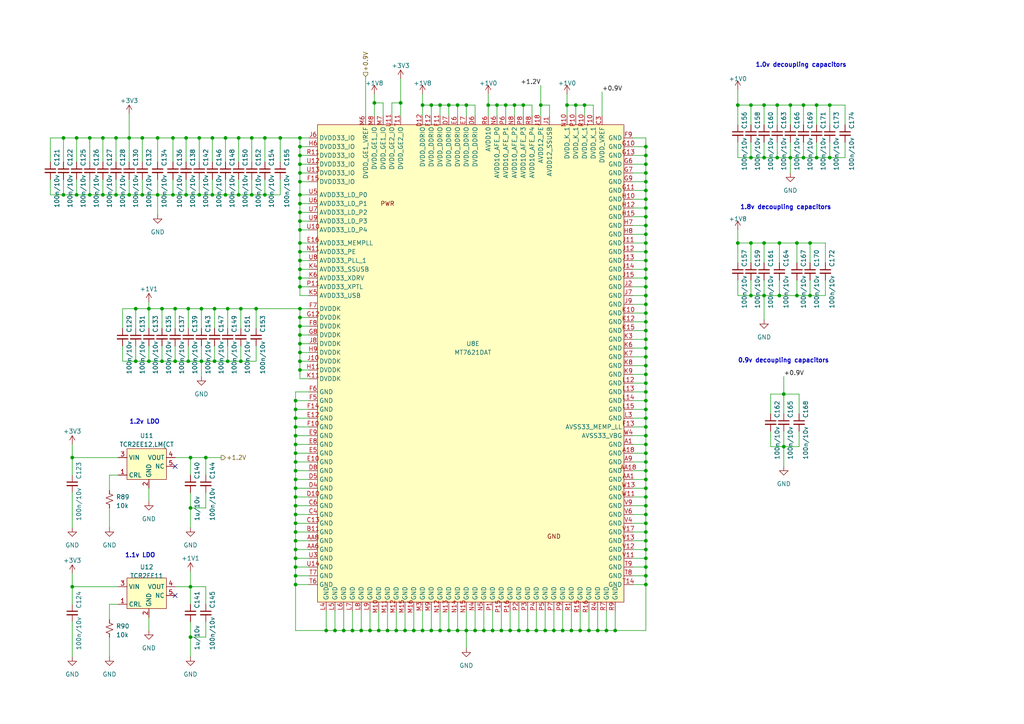
<source format=kicad_sch>
(kicad_sch (version 20230121) (generator eeschema)
  (paper "A4")
  (junction (at 187.325 93.345))
  (junction (at 86.995 92.075))
  (junction (at 86.995 107.315))
  (junction (at 69.215 40.005))
  (junction (at 53.975 40.005))
  (junction (at 102.235 182.88))
  (junction (at 50.165 56.515))
  (junction (at 173.355 182.88))
  (junction (at 187.325 65.405))
  (junction (at 187.325 116.205))
  (junction (at 146.685 30.48))
  (junction (at 99.695 182.88))
  (junction (at 187.325 60.325))
  (junction (at 217.805 70.485))
  (junction (at 104.775 182.88))
  (junction (at 156.845 30.48))
  (junction (at 127.635 182.88))
  (junction (at 108.585 29.845))
  (junction (at 135.255 30.48))
  (junction (at 187.325 88.265))
  (junction (at 187.325 113.665))
  (junction (at 231.14 70.485))
  (junction (at 114.935 182.88))
  (junction (at 62.23 89.535))
  (junction (at 29.845 56.515))
  (junction (at 217.805 85.725))
  (junction (at 175.895 182.88))
  (junction (at 62.23 104.775))
  (junction (at 187.325 118.745))
  (junction (at 150.495 182.88))
  (junction (at 85.725 149.225))
  (junction (at 22.225 40.005))
  (junction (at 20.955 132.715))
  (junction (at 213.995 30.48))
  (junction (at 227.33 114.3))
  (junction (at 229.235 30.48))
  (junction (at 85.725 141.605))
  (junction (at 144.145 30.48))
  (junction (at 37.465 56.515))
  (junction (at 18.415 56.515))
  (junction (at 50.8 104.775))
  (junction (at 86.995 66.675))
  (junction (at 26.035 40.005))
  (junction (at 86.995 99.695))
  (junction (at 165.735 182.88))
  (junction (at 187.325 85.725))
  (junction (at 85.725 118.745))
  (junction (at 86.995 50.165))
  (junction (at 57.785 40.005))
  (junction (at 22.225 56.515))
  (junction (at 225.425 45.72))
  (junction (at 231.14 85.725))
  (junction (at 43.18 89.535))
  (junction (at 73.025 40.005))
  (junction (at 55.245 184.785))
  (junction (at 45.72 40.005))
  (junction (at 160.655 182.88))
  (junction (at 54.61 104.775))
  (junction (at 187.325 57.785))
  (junction (at 86.995 102.235))
  (junction (at 233.045 45.72))
  (junction (at 85.725 128.905))
  (junction (at 151.765 30.48))
  (junction (at 163.195 182.88))
  (junction (at 236.855 30.48))
  (junction (at 61.595 56.515))
  (junction (at 187.325 161.925))
  (junction (at 187.325 95.885))
  (junction (at 187.325 108.585))
  (junction (at 97.155 182.88))
  (junction (at 122.555 182.88))
  (junction (at 65.405 56.515))
  (junction (at 65.405 40.005))
  (junction (at 86.995 45.085))
  (junction (at 226.06 70.485))
  (junction (at 86.995 78.105))
  (junction (at 187.325 52.705))
  (junction (at 187.325 106.045))
  (junction (at 85.725 161.925))
  (junction (at 187.325 167.005))
  (junction (at 227.33 129.54))
  (junction (at 55.245 132.715))
  (junction (at 86.995 94.615))
  (junction (at 85.725 139.065))
  (junction (at 85.725 144.145))
  (junction (at 187.325 73.025))
  (junction (at 76.835 56.515))
  (junction (at 116.205 29.845))
  (junction (at 234.95 85.725))
  (junction (at 187.325 45.085))
  (junction (at 122.555 30.48))
  (junction (at 187.325 67.945))
  (junction (at 234.95 70.485))
  (junction (at 125.095 182.88))
  (junction (at 85.725 136.525))
  (junction (at 217.805 45.72))
  (junction (at 120.015 182.88))
  (junction (at 187.325 83.185))
  (junction (at 187.325 156.845))
  (junction (at 142.875 182.88))
  (junction (at 86.995 64.135))
  (junction (at 145.415 182.88))
  (junction (at 140.335 182.88))
  (junction (at 187.325 62.865))
  (junction (at 187.325 133.985))
  (junction (at 168.275 182.88))
  (junction (at 187.325 47.625))
  (junction (at 169.545 30.48))
  (junction (at 50.8 89.535))
  (junction (at 132.715 30.48))
  (junction (at 164.465 30.48))
  (junction (at 46.99 104.775))
  (junction (at 86.995 104.775))
  (junction (at 221.615 45.72))
  (junction (at 217.805 30.48))
  (junction (at 57.785 56.515))
  (junction (at 86.995 52.705))
  (junction (at 55.245 170.18))
  (junction (at 50.165 40.005))
  (junction (at 85.725 131.445))
  (junction (at 178.435 182.88))
  (junction (at 69.85 104.775))
  (junction (at 149.225 30.48))
  (junction (at 125.095 30.48))
  (junction (at 187.325 139.065))
  (junction (at 61.595 40.005))
  (junction (at 226.06 85.725))
  (junction (at 59.69 132.715))
  (junction (at 66.04 104.775))
  (junction (at 45.72 56.515))
  (junction (at 225.425 30.48))
  (junction (at 155.575 182.88))
  (junction (at 187.325 111.125))
  (junction (at 187.325 55.245))
  (junction (at 187.325 70.485))
  (junction (at 167.005 30.48))
  (junction (at 187.325 123.825))
  (junction (at 187.325 141.605))
  (junction (at 86.995 89.535))
  (junction (at 33.655 56.515))
  (junction (at 86.995 56.515))
  (junction (at 187.325 80.645))
  (junction (at 187.325 121.285))
  (junction (at 85.725 164.465))
  (junction (at 85.725 146.685))
  (junction (at 187.325 131.445))
  (junction (at 85.725 169.545))
  (junction (at 58.42 104.775))
  (junction (at 147.955 182.88))
  (junction (at 85.725 167.005))
  (junction (at 86.995 40.005))
  (junction (at 33.655 40.005))
  (junction (at 112.395 182.88))
  (junction (at 85.725 126.365))
  (junction (at 221.615 70.485))
  (junction (at 229.235 45.72))
  (junction (at 187.325 98.425))
  (junction (at 86.995 80.645))
  (junction (at 187.325 164.465))
  (junction (at 187.325 78.105))
  (junction (at 43.18 104.775))
  (junction (at 187.325 169.545))
  (junction (at 187.325 151.765))
  (junction (at 39.37 104.775))
  (junction (at 187.325 103.505))
  (junction (at 233.045 30.48))
  (junction (at 221.615 30.48))
  (junction (at 85.725 116.205))
  (junction (at 76.835 40.005))
  (junction (at 221.615 85.725))
  (junction (at 41.275 40.005))
  (junction (at 54.61 89.535))
  (junction (at 85.725 156.845))
  (junction (at 20.955 170.18))
  (junction (at 46.99 89.535))
  (junction (at 26.035 56.515))
  (junction (at 86.995 59.055))
  (junction (at 86.995 70.485))
  (junction (at 86.995 42.545))
  (junction (at 41.275 56.515))
  (junction (at 132.715 182.88))
  (junction (at 141.605 30.48))
  (junction (at 187.325 42.545))
  (junction (at 85.725 151.765))
  (junction (at 236.855 45.72))
  (junction (at 127.635 30.48))
  (junction (at 158.115 182.88))
  (junction (at 187.325 154.305))
  (junction (at 37.465 40.005))
  (junction (at 81.28 40.005))
  (junction (at 85.725 121.285))
  (junction (at 187.325 146.685))
  (junction (at 130.175 30.48))
  (junction (at 187.325 144.145))
  (junction (at 55.245 147.32))
  (junction (at 137.795 182.88))
  (junction (at 187.325 128.905))
  (junction (at 86.995 73.025))
  (junction (at 69.85 89.535))
  (junction (at 85.725 133.985))
  (junction (at 66.04 89.535))
  (junction (at 86.995 75.565))
  (junction (at 153.035 182.88))
  (junction (at 39.37 89.535))
  (junction (at 109.855 182.88))
  (junction (at 73.025 56.515))
  (junction (at 86.995 83.185))
  (junction (at 94.615 182.88))
  (junction (at 107.315 182.88))
  (junction (at 85.725 154.305))
  (junction (at 240.665 45.72))
  (junction (at 85.725 159.385))
  (junction (at 53.975 56.515))
  (junction (at 86.995 61.595))
  (junction (at 213.995 70.485))
  (junction (at 86.995 47.625))
  (junction (at 187.325 100.965))
  (junction (at 240.665 30.48))
  (junction (at 187.325 126.365))
  (junction (at 117.475 182.88))
  (junction (at 58.42 89.535))
  (junction (at 170.815 182.88))
  (junction (at 74.295 89.535))
  (junction (at 187.325 149.225))
  (junction (at 135.255 182.88))
  (junction (at 130.175 182.88))
  (junction (at 187.325 50.165))
  (junction (at 29.845 40.005))
  (junction (at 187.325 159.385))
  (junction (at 187.325 136.525))
  (junction (at 18.415 40.005))
  (junction (at 69.215 56.515))
  (junction (at 187.325 90.805))
  (junction (at 187.325 75.565))
  (junction (at 86.995 97.155))
  (junction (at 85.725 123.825))
  (no_connect (at 50.8 135.255))
  (no_connect (at 50.8 172.72))
  (wire (pts (xy 223.52 125.095) (xy 223.52 129.54)))
  (wire (pts (xy 114.935 182.88) (xy 117.475 182.88)))
  (wire (pts (xy 69.215 40.005) (xy 73.025 40.005)))
  (wire (pts (xy 43.18 87.63) (xy 43.18 89.535)))
  (wire (pts (xy 150.495 177.165) (xy 150.495 182.88)))
  (wire (pts (xy 187.325 88.265) (xy 187.325 90.805)))
  (wire (pts (xy 120.015 182.88) (xy 122.555 182.88)))
  (wire (pts (xy 89.535 99.695) (xy 86.995 99.695)))
  (wire (pts (xy 183.515 151.765) (xy 187.325 151.765)))
  (wire (pts (xy 50.8 95.25) (xy 50.8 89.535)))
  (wire (pts (xy 173.355 177.165) (xy 173.355 182.88)))
  (wire (pts (xy 54.61 100.33) (xy 54.61 104.775)))
  (wire (pts (xy 183.515 42.545) (xy 187.325 42.545)))
  (wire (pts (xy 86.995 61.595) (xy 89.535 61.595)))
  (wire (pts (xy 74.295 100.33) (xy 74.295 104.775)))
  (wire (pts (xy 132.715 177.165) (xy 132.715 182.88)))
  (wire (pts (xy 217.805 76.2) (xy 217.805 70.485)))
  (wire (pts (xy 22.225 40.005) (xy 26.035 40.005)))
  (wire (pts (xy 76.835 46.99) (xy 76.835 40.005)))
  (wire (pts (xy 164.465 30.48) (xy 167.005 30.48)))
  (wire (pts (xy 187.325 60.325) (xy 187.325 62.865)))
  (wire (pts (xy 50.165 40.005) (xy 53.975 40.005)))
  (wire (pts (xy 86.995 47.625) (xy 89.535 47.625)))
  (wire (pts (xy 236.855 41.275) (xy 236.855 45.72)))
  (wire (pts (xy 55.245 142.875) (xy 55.245 147.32)))
  (wire (pts (xy 62.23 95.25) (xy 62.23 89.535)))
  (wire (pts (xy 183.515 161.925) (xy 187.325 161.925)))
  (wire (pts (xy 45.72 56.515) (xy 50.165 56.515)))
  (wire (pts (xy 240.665 36.195) (xy 240.665 30.48)))
  (wire (pts (xy 45.72 52.07) (xy 45.72 56.515)))
  (wire (pts (xy 85.725 123.825) (xy 85.725 126.365)))
  (wire (pts (xy 33.655 40.005) (xy 37.465 40.005)))
  (wire (pts (xy 57.785 52.07) (xy 57.785 56.515)))
  (wire (pts (xy 86.995 92.075) (xy 89.535 92.075)))
  (wire (pts (xy 99.695 177.165) (xy 99.695 182.88)))
  (wire (pts (xy 135.255 33.655) (xy 135.255 30.48)))
  (wire (pts (xy 240.665 41.275) (xy 240.665 45.72)))
  (wire (pts (xy 50.165 46.99) (xy 50.165 40.005)))
  (wire (pts (xy 187.325 126.365) (xy 187.325 128.905)))
  (wire (pts (xy 108.585 27.305) (xy 108.585 29.845)))
  (wire (pts (xy 187.325 133.985) (xy 187.325 136.525)))
  (wire (pts (xy 26.035 56.515) (xy 29.845 56.515)))
  (wire (pts (xy 46.99 104.775) (xy 50.8 104.775)))
  (wire (pts (xy 45.72 56.515) (xy 45.72 62.23)))
  (wire (pts (xy 46.99 89.535) (xy 46.99 95.25)))
  (wire (pts (xy 50.165 52.07) (xy 50.165 56.515)))
  (wire (pts (xy 217.805 85.725) (xy 221.615 85.725)))
  (wire (pts (xy 187.325 67.945) (xy 187.325 70.485)))
  (wire (pts (xy 69.85 104.775) (xy 74.295 104.775)))
  (wire (pts (xy 187.325 149.225) (xy 187.325 151.765)))
  (wire (pts (xy 156.845 24.765) (xy 156.845 30.48)))
  (wire (pts (xy 183.515 93.345) (xy 187.325 93.345)))
  (wire (pts (xy 89.535 154.305) (xy 85.725 154.305)))
  (wire (pts (xy 85.725 113.665) (xy 89.535 113.665)))
  (wire (pts (xy 50.8 100.33) (xy 50.8 104.775)))
  (wire (pts (xy 187.325 144.145) (xy 187.325 146.685)))
  (wire (pts (xy 31.75 175.26) (xy 34.29 175.26)))
  (wire (pts (xy 89.535 94.615) (xy 86.995 94.615)))
  (wire (pts (xy 183.515 75.565) (xy 187.325 75.565)))
  (wire (pts (xy 183.515 62.865) (xy 187.325 62.865)))
  (wire (pts (xy 86.995 97.155) (xy 86.995 99.695)))
  (wire (pts (xy 59.69 142.875) (xy 59.69 147.32)))
  (wire (pts (xy 221.615 85.725) (xy 221.615 92.71)))
  (wire (pts (xy 37.465 56.515) (xy 33.655 56.515)))
  (wire (pts (xy 137.795 177.165) (xy 137.795 182.88)))
  (wire (pts (xy 153.035 177.165) (xy 153.035 182.88)))
  (wire (pts (xy 35.56 89.535) (xy 35.56 95.25)))
  (wire (pts (xy 233.045 41.275) (xy 233.045 45.72)))
  (wire (pts (xy 213.995 41.275) (xy 213.995 45.72)))
  (wire (pts (xy 85.725 144.145) (xy 89.535 144.145)))
  (wire (pts (xy 147.955 177.165) (xy 147.955 182.88)))
  (wire (pts (xy 43.18 100.33) (xy 43.18 104.775)))
  (wire (pts (xy 183.515 90.805) (xy 187.325 90.805)))
  (wire (pts (xy 221.615 70.485) (xy 226.06 70.485)))
  (wire (pts (xy 66.04 95.25) (xy 66.04 89.535)))
  (wire (pts (xy 187.325 80.645) (xy 187.325 83.185)))
  (wire (pts (xy 217.805 30.48) (xy 221.615 30.48)))
  (wire (pts (xy 89.535 118.745) (xy 85.725 118.745)))
  (wire (pts (xy 86.995 61.595) (xy 86.995 59.055)))
  (wire (pts (xy 86.995 92.075) (xy 86.995 89.535)))
  (wire (pts (xy 183.515 85.725) (xy 187.325 85.725)))
  (wire (pts (xy 172.085 30.48) (xy 172.085 33.655)))
  (wire (pts (xy 86.995 73.025) (xy 86.995 70.485)))
  (wire (pts (xy 187.325 131.445) (xy 187.325 133.985)))
  (wire (pts (xy 187.325 83.185) (xy 187.325 85.725)))
  (wire (pts (xy 58.42 100.33) (xy 58.42 104.775)))
  (wire (pts (xy 183.515 118.745) (xy 187.325 118.745)))
  (wire (pts (xy 94.615 182.88) (xy 97.155 182.88)))
  (wire (pts (xy 50.8 89.535) (xy 54.61 89.535)))
  (wire (pts (xy 183.515 136.525) (xy 187.325 136.525)))
  (wire (pts (xy 183.515 78.105) (xy 187.325 78.105)))
  (wire (pts (xy 109.855 182.88) (xy 112.395 182.88)))
  (wire (pts (xy 183.515 123.825) (xy 187.325 123.825)))
  (wire (pts (xy 183.515 164.465) (xy 187.325 164.465)))
  (wire (pts (xy 85.725 159.385) (xy 89.535 159.385)))
  (wire (pts (xy 85.725 141.605) (xy 85.725 144.145)))
  (wire (pts (xy 229.235 30.48) (xy 233.045 30.48)))
  (wire (pts (xy 187.325 78.105) (xy 187.325 80.645)))
  (wire (pts (xy 145.415 177.165) (xy 145.415 182.88)))
  (wire (pts (xy 187.325 111.125) (xy 187.325 113.665)))
  (wire (pts (xy 18.415 40.005) (xy 22.225 40.005)))
  (wire (pts (xy 85.725 149.225) (xy 85.725 151.765)))
  (wire (pts (xy 227.33 129.54) (xy 227.33 135.255)))
  (wire (pts (xy 39.37 89.535) (xy 43.18 89.535)))
  (wire (pts (xy 221.615 76.2) (xy 221.615 70.485)))
  (wire (pts (xy 122.555 30.48) (xy 122.555 33.655)))
  (wire (pts (xy 213.995 81.28) (xy 213.995 85.725)))
  (wire (pts (xy 183.515 45.085) (xy 187.325 45.085)))
  (wire (pts (xy 89.535 151.765) (xy 85.725 151.765)))
  (wire (pts (xy 59.69 170.18) (xy 55.245 170.18)))
  (wire (pts (xy 234.95 76.2) (xy 234.95 70.485)))
  (wire (pts (xy 187.325 139.065) (xy 187.325 141.605)))
  (wire (pts (xy 58.42 104.775) (xy 58.42 109.22)))
  (wire (pts (xy 187.325 93.345) (xy 187.325 95.885)))
  (wire (pts (xy 140.335 177.165) (xy 140.335 182.88)))
  (wire (pts (xy 221.615 85.725) (xy 226.06 85.725)))
  (wire (pts (xy 217.805 81.28) (xy 217.805 85.725)))
  (wire (pts (xy 187.325 45.085) (xy 187.325 47.625)))
  (wire (pts (xy 18.415 52.07) (xy 18.415 56.515)))
  (wire (pts (xy 234.95 70.485) (xy 239.395 70.485)))
  (wire (pts (xy 14.605 40.005) (xy 18.415 40.005)))
  (wire (pts (xy 62.23 104.775) (xy 58.42 104.775)))
  (wire (pts (xy 156.845 30.48) (xy 156.845 33.655)))
  (wire (pts (xy 231.14 70.485) (xy 234.95 70.485)))
  (wire (pts (xy 111.125 29.845) (xy 108.585 29.845)))
  (wire (pts (xy 113.665 29.845) (xy 116.205 29.845)))
  (wire (pts (xy 187.325 75.565) (xy 187.325 78.105)))
  (wire (pts (xy 187.325 136.525) (xy 187.325 139.065)))
  (wire (pts (xy 213.995 45.72) (xy 217.805 45.72)))
  (wire (pts (xy 187.325 95.885) (xy 187.325 98.425)))
  (wire (pts (xy 86.995 83.185) (xy 89.535 83.185)))
  (wire (pts (xy 229.235 41.275) (xy 229.235 45.72)))
  (wire (pts (xy 183.515 116.205) (xy 187.325 116.205)))
  (wire (pts (xy 59.69 132.715) (xy 64.135 132.715)))
  (wire (pts (xy 86.995 59.055) (xy 89.535 59.055)))
  (wire (pts (xy 31.75 147.32) (xy 31.75 153.035)))
  (wire (pts (xy 187.325 169.545) (xy 187.325 182.88)))
  (wire (pts (xy 122.555 27.305) (xy 122.555 30.48)))
  (wire (pts (xy 217.805 85.725) (xy 213.995 85.725)))
  (wire (pts (xy 107.315 177.165) (xy 107.315 182.88)))
  (wire (pts (xy 55.245 184.785) (xy 55.245 190.5)))
  (wire (pts (xy 29.845 46.99) (xy 29.845 40.005)))
  (wire (pts (xy 61.595 40.005) (xy 65.405 40.005)))
  (wire (pts (xy 183.515 113.665) (xy 187.325 113.665)))
  (wire (pts (xy 170.815 177.165) (xy 170.815 182.88)))
  (wire (pts (xy 85.725 151.765) (xy 85.725 154.305)))
  (wire (pts (xy 183.515 80.645) (xy 187.325 80.645)))
  (wire (pts (xy 86.995 50.165) (xy 89.535 50.165)))
  (wire (pts (xy 132.715 33.655) (xy 132.715 30.48)))
  (wire (pts (xy 175.895 177.165) (xy 175.895 182.88)))
  (wire (pts (xy 69.85 100.33) (xy 69.85 104.775)))
  (wire (pts (xy 226.06 85.725) (xy 231.14 85.725)))
  (wire (pts (xy 231.14 81.28) (xy 231.14 85.725)))
  (wire (pts (xy 86.995 56.515) (xy 89.535 56.515)))
  (wire (pts (xy 127.635 30.48) (xy 127.635 33.655)))
  (wire (pts (xy 236.855 36.195) (xy 236.855 30.48)))
  (wire (pts (xy 151.765 33.655) (xy 151.765 30.48)))
  (wire (pts (xy 74.295 95.25) (xy 74.295 89.535)))
  (wire (pts (xy 183.515 169.545) (xy 187.325 169.545)))
  (wire (pts (xy 183.515 95.885) (xy 187.325 95.885)))
  (wire (pts (xy 20.955 166.37) (xy 20.955 170.18)))
  (wire (pts (xy 59.69 180.34) (xy 59.69 184.785)))
  (wire (pts (xy 225.425 45.72) (xy 229.235 45.72)))
  (wire (pts (xy 155.575 177.165) (xy 155.575 182.88)))
  (wire (pts (xy 73.025 52.07) (xy 73.025 56.515)))
  (wire (pts (xy 29.845 52.07) (xy 29.845 56.515)))
  (wire (pts (xy 86.995 40.005) (xy 86.995 42.545)))
  (wire (pts (xy 150.495 182.88) (xy 153.035 182.88)))
  (wire (pts (xy 122.555 177.165) (xy 122.555 182.88)))
  (wire (pts (xy 135.255 177.165) (xy 135.255 182.88)))
  (wire (pts (xy 85.725 167.005) (xy 85.725 169.545)))
  (wire (pts (xy 74.295 89.535) (xy 86.995 89.535)))
  (wire (pts (xy 86.995 59.055) (xy 86.995 56.515)))
  (wire (pts (xy 85.725 146.685) (xy 85.725 149.225)))
  (wire (pts (xy 43.18 104.775) (xy 46.99 104.775)))
  (wire (pts (xy 154.305 30.48) (xy 154.305 33.655)))
  (wire (pts (xy 217.805 45.72) (xy 221.615 45.72)))
  (wire (pts (xy 59.69 175.26) (xy 59.69 170.18)))
  (wire (pts (xy 229.235 36.195) (xy 229.235 30.48)))
  (wire (pts (xy 86.995 102.235) (xy 89.535 102.235)))
  (wire (pts (xy 86.995 45.085) (xy 86.995 47.625)))
  (wire (pts (xy 69.85 95.25) (xy 69.85 89.535)))
  (wire (pts (xy 81.28 52.07) (xy 81.28 56.515)))
  (wire (pts (xy 26.035 40.005) (xy 26.035 46.99)))
  (wire (pts (xy 76.835 40.005) (xy 81.28 40.005)))
  (wire (pts (xy 61.595 52.07) (xy 61.595 56.515)))
  (wire (pts (xy 104.775 177.165) (xy 104.775 182.88)))
  (wire (pts (xy 169.545 30.48) (xy 172.085 30.48)))
  (wire (pts (xy 187.325 70.485) (xy 187.325 73.025)))
  (wire (pts (xy 117.475 182.88) (xy 120.015 182.88)))
  (wire (pts (xy 86.995 66.675) (xy 86.995 64.135)))
  (wire (pts (xy 153.035 182.88) (xy 155.575 182.88)))
  (wire (pts (xy 59.69 132.715) (xy 55.245 132.715)))
  (wire (pts (xy 132.715 182.88) (xy 135.255 182.88)))
  (wire (pts (xy 213.995 76.2) (xy 213.995 70.485)))
  (wire (pts (xy 187.325 57.785) (xy 187.325 60.325)))
  (wire (pts (xy 168.275 177.165) (xy 168.275 182.88)))
  (wire (pts (xy 86.995 80.645) (xy 86.995 78.105)))
  (wire (pts (xy 147.955 182.88) (xy 150.495 182.88)))
  (wire (pts (xy 151.765 30.48) (xy 154.305 30.48)))
  (wire (pts (xy 122.555 182.88) (xy 125.095 182.88)))
  (wire (pts (xy 226.06 76.2) (xy 226.06 70.485)))
  (wire (pts (xy 55.245 165.735) (xy 55.245 170.18)))
  (wire (pts (xy 85.725 167.005) (xy 89.535 167.005)))
  (wire (pts (xy 178.435 177.165) (xy 178.435 182.88)))
  (wire (pts (xy 69.85 89.535) (xy 74.295 89.535)))
  (wire (pts (xy 86.995 78.105) (xy 89.535 78.105)))
  (wire (pts (xy 58.42 89.535) (xy 62.23 89.535)))
  (wire (pts (xy 94.615 177.165) (xy 94.615 182.88)))
  (wire (pts (xy 86.995 102.235) (xy 86.995 104.775)))
  (wire (pts (xy 125.095 177.165) (xy 125.095 182.88)))
  (wire (pts (xy 127.635 182.88) (xy 130.175 182.88)))
  (wire (pts (xy 97.155 182.88) (xy 99.695 182.88)))
  (wire (pts (xy 86.995 50.165) (xy 86.995 52.705)))
  (wire (pts (xy 69.215 40.005) (xy 69.215 46.99)))
  (wire (pts (xy 109.855 177.165) (xy 109.855 182.88)))
  (wire (pts (xy 174.625 26.67) (xy 174.625 33.655)))
  (wire (pts (xy 18.415 40.005) (xy 18.415 46.99)))
  (wire (pts (xy 234.95 81.28) (xy 234.95 85.725)))
  (wire (pts (xy 86.995 80.645) (xy 89.535 80.645)))
  (wire (pts (xy 183.515 47.625) (xy 187.325 47.625)))
  (wire (pts (xy 33.655 46.99) (xy 33.655 40.005)))
  (wire (pts (xy 41.275 52.07) (xy 41.275 56.515)))
  (wire (pts (xy 86.995 75.565) (xy 86.995 73.025)))
  (wire (pts (xy 85.725 116.205) (xy 85.725 118.745)))
  (wire (pts (xy 149.225 30.48) (xy 151.765 30.48)))
  (wire (pts (xy 145.415 182.88) (xy 147.955 182.88)))
  (wire (pts (xy 183.515 111.125) (xy 187.325 111.125)))
  (wire (pts (xy 14.605 46.99) (xy 14.605 40.005)))
  (wire (pts (xy 122.555 30.48) (xy 125.095 30.48)))
  (wire (pts (xy 117.475 177.165) (xy 117.475 182.88)))
  (wire (pts (xy 227.33 129.54) (xy 231.775 129.54)))
  (wire (pts (xy 187.325 106.045) (xy 187.325 108.585)))
  (wire (pts (xy 142.875 177.165) (xy 142.875 182.88)))
  (wire (pts (xy 85.725 156.845) (xy 85.725 159.385)))
  (wire (pts (xy 125.095 182.88) (xy 127.635 182.88)))
  (wire (pts (xy 86.995 42.545) (xy 86.995 45.085)))
  (wire (pts (xy 85.725 164.465) (xy 85.725 167.005)))
  (wire (pts (xy 120.015 177.165) (xy 120.015 182.88)))
  (wire (pts (xy 240.665 30.48) (xy 245.11 30.48)))
  (wire (pts (xy 183.515 88.265) (xy 187.325 88.265)))
  (wire (pts (xy 86.995 89.535) (xy 89.535 89.535)))
  (wire (pts (xy 85.725 182.88) (xy 94.615 182.88)))
  (wire (pts (xy 85.725 139.065) (xy 85.725 141.605)))
  (wire (pts (xy 183.515 141.605) (xy 187.325 141.605)))
  (wire (pts (xy 29.845 40.005) (xy 33.655 40.005)))
  (wire (pts (xy 86.995 75.565) (xy 89.535 75.565)))
  (wire (pts (xy 85.725 141.605) (xy 89.535 141.605)))
  (wire (pts (xy 173.355 182.88) (xy 175.895 182.88)))
  (wire (pts (xy 112.395 177.165) (xy 112.395 182.88)))
  (wire (pts (xy 187.325 40.005) (xy 187.325 42.545)))
  (wire (pts (xy 144.145 33.655) (xy 144.145 30.48)))
  (wire (pts (xy 187.325 146.685) (xy 187.325 149.225)))
  (wire (pts (xy 89.535 139.065) (xy 85.725 139.065)))
  (wire (pts (xy 31.75 137.795) (xy 34.29 137.795)))
  (wire (pts (xy 50.165 56.515) (xy 53.975 56.515)))
  (wire (pts (xy 141.605 33.655) (xy 141.605 30.48)))
  (wire (pts (xy 227.33 114.3) (xy 231.775 114.3)))
  (wire (pts (xy 112.395 182.88) (xy 114.935 182.88)))
  (wire (pts (xy 226.06 81.28) (xy 226.06 85.725)))
  (wire (pts (xy 97.155 177.165) (xy 97.155 182.88)))
  (wire (pts (xy 187.325 154.305) (xy 187.325 156.845)))
  (wire (pts (xy 170.815 182.88) (xy 173.355 182.88)))
  (wire (pts (xy 183.515 103.505) (xy 187.325 103.505)))
  (wire (pts (xy 55.245 137.795) (xy 55.245 132.715)))
  (wire (pts (xy 45.72 40.005) (xy 50.165 40.005)))
  (wire (pts (xy 187.325 128.905) (xy 187.325 131.445)))
  (wire (pts (xy 31.75 142.24) (xy 31.75 137.795)))
  (wire (pts (xy 89.535 169.545) (xy 85.725 169.545)))
  (wire (pts (xy 86.995 40.005) (xy 89.535 40.005)))
  (wire (pts (xy 187.325 108.585) (xy 187.325 111.125)))
  (wire (pts (xy 61.595 56.515) (xy 65.405 56.515)))
  (wire (pts (xy 20.955 142.875) (xy 20.955 153.035)))
  (wire (pts (xy 158.115 177.165) (xy 158.115 182.88)))
  (wire (pts (xy 227.33 114.3) (xy 227.33 120.015)))
  (wire (pts (xy 183.515 55.245) (xy 187.325 55.245)))
  (wire (pts (xy 55.245 180.34) (xy 55.245 184.785)))
  (wire (pts (xy 116.205 22.86) (xy 116.205 29.845)))
  (wire (pts (xy 85.725 144.145) (xy 85.725 146.685)))
  (wire (pts (xy 102.235 177.165) (xy 102.235 182.88)))
  (wire (pts (xy 231.14 85.725) (xy 234.95 85.725)))
  (wire (pts (xy 46.99 89.535) (xy 43.18 89.535)))
  (wire (pts (xy 81.28 40.005) (xy 86.995 40.005)))
  (wire (pts (xy 85.725 133.985) (xy 89.535 133.985)))
  (wire (pts (xy 85.725 136.525) (xy 85.725 139.065)))
  (wire (pts (xy 37.465 40.005) (xy 41.275 40.005)))
  (wire (pts (xy 183.515 60.325) (xy 187.325 60.325)))
  (wire (pts (xy 183.515 100.965) (xy 187.325 100.965)))
  (wire (pts (xy 31.75 179.705) (xy 31.75 175.26)))
  (wire (pts (xy 113.665 33.655) (xy 113.665 29.845)))
  (wire (pts (xy 183.515 126.365) (xy 187.325 126.365)))
  (wire (pts (xy 26.035 52.07) (xy 26.035 56.515)))
  (wire (pts (xy 223.52 120.015) (xy 223.52 114.3)))
  (wire (pts (xy 41.275 40.005) (xy 45.72 40.005)))
  (wire (pts (xy 55.245 175.26) (xy 55.245 170.18)))
  (wire (pts (xy 231.775 120.015) (xy 231.775 114.3)))
  (wire (pts (xy 54.61 95.25) (xy 54.61 89.535)))
  (wire (pts (xy 106.045 22.225) (xy 106.045 33.655)))
  (wire (pts (xy 146.685 30.48) (xy 149.225 30.48)))
  (wire (pts (xy 240.665 45.72) (xy 245.11 45.72)))
  (wire (pts (xy 213.995 26.035) (xy 213.995 30.48)))
  (wire (pts (xy 22.225 52.07) (xy 22.225 56.515)))
  (wire (pts (xy 58.42 95.25) (xy 58.42 89.535)))
  (wire (pts (xy 85.725 118.745) (xy 85.725 121.285)))
  (wire (pts (xy 187.325 151.765) (xy 187.325 154.305)))
  (wire (pts (xy 187.325 47.625) (xy 187.325 50.165)))
  (wire (pts (xy 135.255 187.96) (xy 135.255 182.88)))
  (wire (pts (xy 85.725 146.685) (xy 89.535 146.685)))
  (wire (pts (xy 86.995 66.675) (xy 89.535 66.675)))
  (wire (pts (xy 183.515 128.905) (xy 187.325 128.905)))
  (wire (pts (xy 57.785 40.005) (xy 57.785 46.99)))
  (wire (pts (xy 159.385 30.48) (xy 156.845 30.48)))
  (wire (pts (xy 114.935 177.165) (xy 114.935 182.88)))
  (wire (pts (xy 130.175 177.165) (xy 130.175 182.88)))
  (wire (pts (xy 61.595 40.005) (xy 61.595 46.99)))
  (wire (pts (xy 20.955 128.905) (xy 20.955 132.715)))
  (wire (pts (xy 37.465 33.02) (xy 37.465 40.005)))
  (wire (pts (xy 187.325 55.245) (xy 187.325 57.785)))
  (wire (pts (xy 159.385 33.655) (xy 159.385 30.48)))
  (wire (pts (xy 231.775 125.095) (xy 231.775 129.54)))
  (wire (pts (xy 85.725 123.825) (xy 89.535 123.825)))
  (wire (pts (xy 187.325 116.205) (xy 187.325 118.745)))
  (wire (pts (xy 187.325 156.845) (xy 187.325 159.385)))
  (wire (pts (xy 217.805 30.48) (xy 217.805 36.195)))
  (wire (pts (xy 57.785 40.005) (xy 61.595 40.005)))
  (wire (pts (xy 85.725 161.925) (xy 89.535 161.925)))
  (wire (pts (xy 183.515 154.305) (xy 187.325 154.305)))
  (wire (pts (xy 85.725 131.445) (xy 85.725 133.985)))
  (wire (pts (xy 43.18 179.07) (xy 43.18 182.88)))
  (wire (pts (xy 89.535 121.285) (xy 85.725 121.285)))
  (wire (pts (xy 107.315 182.88) (xy 109.855 182.88)))
  (wire (pts (xy 187.325 118.745) (xy 187.325 121.285)))
  (wire (pts (xy 59.69 184.785) (xy 55.245 184.785)))
  (wire (pts (xy 213.995 70.485) (xy 217.805 70.485)))
  (wire (pts (xy 85.725 149.225) (xy 89.535 149.225)))
  (wire (pts (xy 221.615 41.275) (xy 221.615 45.72)))
  (wire (pts (xy 66.04 104.775) (xy 69.85 104.775)))
  (wire (pts (xy 85.725 159.385) (xy 85.725 161.925)))
  (wire (pts (xy 183.515 52.705) (xy 187.325 52.705)))
  (wire (pts (xy 85.725 128.905) (xy 85.725 131.445)))
  (wire (pts (xy 85.725 133.985) (xy 85.725 136.525)))
  (wire (pts (xy 99.695 182.88) (xy 102.235 182.88)))
  (wire (pts (xy 89.535 109.855) (xy 86.995 109.855)))
  (wire (pts (xy 59.69 137.795) (xy 59.69 132.715)))
  (wire (pts (xy 160.655 177.165) (xy 160.655 182.88)))
  (wire (pts (xy 39.37 100.33) (xy 39.37 104.775)))
  (wire (pts (xy 46.99 89.535) (xy 50.8 89.535)))
  (wire (pts (xy 86.995 70.485) (xy 89.535 70.485)))
  (wire (pts (xy 111.125 33.655) (xy 111.125 29.845)))
  (wire (pts (xy 183.515 98.425) (xy 187.325 98.425)))
  (wire (pts (xy 20.955 170.18) (xy 34.29 170.18)))
  (wire (pts (xy 89.535 52.705) (xy 86.995 52.705)))
  (wire (pts (xy 183.515 70.485) (xy 187.325 70.485)))
  (wire (pts (xy 165.735 177.165) (xy 165.735 182.88)))
  (wire (pts (xy 85.725 121.285) (xy 85.725 123.825)))
  (wire (pts (xy 85.725 126.365) (xy 89.535 126.365)))
  (wire (pts (xy 26.035 40.005) (xy 29.845 40.005)))
  (wire (pts (xy 213.995 66.675) (xy 213.995 70.485)))
  (wire (pts (xy 43.18 89.535) (xy 43.18 95.25)))
  (wire (pts (xy 239.395 81.28) (xy 239.395 85.725)))
  (wire (pts (xy 86.995 99.695) (xy 86.995 102.235)))
  (wire (pts (xy 187.325 123.825) (xy 187.325 126.365)))
  (wire (pts (xy 163.195 177.165) (xy 163.195 182.88)))
  (wire (pts (xy 164.465 30.48) (xy 164.465 33.655)))
  (wire (pts (xy 233.045 30.48) (xy 236.855 30.48)))
  (wire (pts (xy 225.425 41.275) (xy 225.425 45.72)))
  (wire (pts (xy 85.725 154.305) (xy 85.725 156.845)))
  (wire (pts (xy 41.275 46.99) (xy 41.275 40.005)))
  (wire (pts (xy 37.465 52.07) (xy 37.465 56.515)))
  (wire (pts (xy 46.99 100.33) (xy 46.99 104.775)))
  (wire (pts (xy 149.225 33.655) (xy 149.225 30.48)))
  (wire (pts (xy 140.335 182.88) (xy 142.875 182.88)))
  (wire (pts (xy 158.115 182.88) (xy 160.655 182.88)))
  (wire (pts (xy 85.725 126.365) (xy 85.725 128.905)))
  (wire (pts (xy 85.725 116.205) (xy 89.535 116.205)))
  (wire (pts (xy 39.37 89.535) (xy 39.37 95.25)))
  (wire (pts (xy 130.175 30.48) (xy 132.715 30.48)))
  (wire (pts (xy 183.515 144.145) (xy 187.325 144.145)))
  (wire (pts (xy 20.955 132.715) (xy 34.29 132.715)))
  (wire (pts (xy 65.405 52.07) (xy 65.405 56.515)))
  (wire (pts (xy 223.52 129.54) (xy 227.33 129.54)))
  (wire (pts (xy 187.325 85.725) (xy 187.325 88.265)))
  (wire (pts (xy 217.805 30.48) (xy 213.995 30.48)))
  (wire (pts (xy 245.11 41.275) (xy 245.11 45.72)))
  (wire (pts (xy 187.325 121.285) (xy 187.325 123.825)))
  (wire (pts (xy 57.785 56.515) (xy 61.595 56.515)))
  (wire (pts (xy 86.995 64.135) (xy 89.535 64.135)))
  (wire (pts (xy 86.995 45.085) (xy 89.535 45.085)))
  (wire (pts (xy 62.23 89.535) (xy 66.04 89.535)))
  (wire (pts (xy 127.635 30.48) (xy 130.175 30.48)))
  (wire (pts (xy 160.655 182.88) (xy 163.195 182.88)))
  (wire (pts (xy 234.95 85.725) (xy 239.395 85.725)))
  (wire (pts (xy 102.235 182.88) (xy 104.775 182.88)))
  (wire (pts (xy 183.515 50.165) (xy 187.325 50.165)))
  (wire (pts (xy 69.215 52.07) (xy 69.215 56.515)))
  (wire (pts (xy 37.465 46.99) (xy 37.465 40.005)))
  (wire (pts (xy 66.04 104.775) (xy 62.23 104.775)))
  (wire (pts (xy 43.18 141.605) (xy 43.18 145.415)))
  (wire (pts (xy 187.325 42.545) (xy 187.325 45.085)))
  (wire (pts (xy 85.725 169.545) (xy 85.725 182.88)))
  (wire (pts (xy 183.515 159.385) (xy 187.325 159.385)))
  (wire (pts (xy 85.725 131.445) (xy 89.535 131.445)))
  (wire (pts (xy 73.025 56.515) (xy 76.835 56.515)))
  (wire (pts (xy 183.515 108.585) (xy 187.325 108.585)))
  (wire (pts (xy 167.005 30.48) (xy 167.005 33.655)))
  (wire (pts (xy 187.325 98.425) (xy 187.325 100.965)))
  (wire (pts (xy 221.615 81.28) (xy 221.615 85.725)))
  (wire (pts (xy 187.325 167.005) (xy 187.325 169.545)))
  (wire (pts (xy 86.995 70.485) (xy 86.995 66.675)))
  (wire (pts (xy 183.515 106.045) (xy 187.325 106.045)))
  (wire (pts (xy 37.465 56.515) (xy 41.275 56.515)))
  (wire (pts (xy 227.33 125.095) (xy 227.33 129.54)))
  (wire (pts (xy 183.515 57.785) (xy 187.325 57.785)))
  (wire (pts (xy 66.04 89.535) (xy 69.85 89.535)))
  (wire (pts (xy 81.28 46.99) (xy 81.28 40.005)))
  (wire (pts (xy 225.425 30.48) (xy 229.235 30.48)))
  (wire (pts (xy 55.245 170.18) (xy 50.8 170.18)))
  (wire (pts (xy 221.615 36.195) (xy 221.615 30.48)))
  (wire (pts (xy 20.955 132.715) (xy 20.955 137.795)))
  (wire (pts (xy 183.515 133.985) (xy 187.325 133.985)))
  (wire (pts (xy 35.56 100.33) (xy 35.56 104.775)))
  (wire (pts (xy 65.405 46.99) (xy 65.405 40.005)))
  (wire (pts (xy 86.995 78.105) (xy 86.995 75.565)))
  (wire (pts (xy 53.975 56.515) (xy 57.785 56.515)))
  (wire (pts (xy 233.045 36.195) (xy 233.045 30.48)))
  (wire (pts (xy 217.805 70.485) (xy 221.615 70.485)))
  (wire (pts (xy 33.655 52.07) (xy 33.655 56.515)))
  (wire (pts (xy 135.255 30.48) (xy 132.715 30.48)))
  (wire (pts (xy 245.11 36.195) (xy 245.11 30.48)))
  (wire (pts (xy 53.975 52.07) (xy 53.975 56.515)))
  (wire (pts (xy 183.515 121.285) (xy 187.325 121.285)))
  (wire (pts (xy 187.325 161.925) (xy 187.325 164.465)))
  (wire (pts (xy 18.415 56.515) (xy 22.225 56.515)))
  (wire (pts (xy 116.205 29.845) (xy 116.205 33.655)))
  (wire (pts (xy 183.515 149.225) (xy 187.325 149.225)))
  (wire (pts (xy 142.875 182.88) (xy 145.415 182.88)))
  (wire (pts (xy 86.995 97.155) (xy 89.535 97.155)))
  (wire (pts (xy 20.955 170.18) (xy 20.955 175.26)))
  (wire (pts (xy 39.37 104.775) (xy 43.18 104.775)))
  (wire (pts (xy 183.515 131.445) (xy 187.325 131.445)))
  (wire (pts (xy 130.175 30.48) (xy 130.175 33.655)))
  (wire (pts (xy 187.325 52.705) (xy 187.325 55.245)))
  (wire (pts (xy 165.735 182.88) (xy 168.275 182.88)))
  (wire (pts (xy 86.995 104.775) (xy 89.535 104.775)))
  (wire (pts (xy 86.995 92.075) (xy 86.995 94.615)))
  (wire (pts (xy 227.33 109.22) (xy 227.33 114.3)))
  (wire (pts (xy 76.835 56.515) (xy 81.28 56.515)))
  (wire (pts (xy 62.23 100.33) (xy 62.23 104.775)))
  (wire (pts (xy 141.605 27.305) (xy 141.605 30.48)))
  (wire (pts (xy 187.325 62.865) (xy 187.325 65.405)))
  (wire (pts (xy 85.725 116.205) (xy 85.725 113.665)))
  (wire (pts (xy 183.515 156.845) (xy 187.325 156.845)))
  (wire (pts (xy 54.61 104.775) (xy 58.42 104.775)))
  (wire (pts (xy 125.095 30.48) (xy 127.635 30.48)))
  (wire (pts (xy 141.605 30.48) (xy 144.145 30.48)))
  (wire (pts (xy 86.995 64.135) (xy 86.995 61.595)))
  (wire (pts (xy 187.325 100.965) (xy 187.325 103.505)))
  (wire (pts (xy 175.895 182.88) (xy 178.435 182.88)))
  (wire (pts (xy 127.635 177.165) (xy 127.635 182.88)))
  (wire (pts (xy 236.855 30.48) (xy 240.665 30.48)))
  (wire (pts (xy 108.585 29.845) (xy 108.585 33.655)))
  (wire (pts (xy 187.325 164.465) (xy 187.325 167.005)))
  (wire (pts (xy 183.515 65.405) (xy 187.325 65.405)))
  (wire (pts (xy 221.615 45.72) (xy 225.425 45.72)))
  (wire (pts (xy 233.045 45.72) (xy 229.235 45.72)))
  (wire (pts (xy 223.52 114.3) (xy 227.33 114.3)))
  (wire (pts (xy 231.14 76.2) (xy 231.14 70.485)))
  (wire (pts (xy 73.025 56.515) (xy 69.215 56.515)))
  (wire (pts (xy 187.325 113.665) (xy 187.325 116.205)))
  (wire (pts (xy 86.995 47.625) (xy 86.995 50.165)))
  (wire (pts (xy 86.995 83.185) (xy 86.995 80.645)))
  (wire (pts (xy 104.775 182.88) (xy 107.315 182.88)))
  (wire (pts (xy 14.605 56.515) (xy 18.415 56.515)))
  (wire (pts (xy 65.405 40.005) (xy 69.215 40.005)))
  (wire (pts (xy 137.795 182.88) (xy 140.335 182.88)))
  (wire (pts (xy 167.005 30.48) (xy 169.545 30.48)))
  (wire (pts (xy 135.255 182.88) (xy 137.795 182.88)))
  (wire (pts (xy 183.515 67.945) (xy 187.325 67.945)))
  (wire (pts (xy 69.215 56.515) (xy 65.405 56.515)))
  (wire (pts (xy 236.855 45.72) (xy 240.665 45.72)))
  (wire (pts (xy 187.325 90.805) (xy 187.325 93.345)))
  (wire (pts (xy 236.855 45.72) (xy 233.045 45.72)))
  (wire (pts (xy 53.975 40.005) (xy 57.785 40.005)))
  (wire (pts (xy 137.795 30.48) (xy 135.255 30.48)))
  (wire (pts (xy 217.805 41.275) (xy 217.805 45.72)))
  (wire (pts (xy 183.515 167.005) (xy 187.325 167.005)))
  (wire (pts (xy 239.395 76.2) (xy 239.395 70.485)))
  (wire (pts (xy 50.8 104.775) (xy 54.61 104.775)))
  (wire (pts (xy 86.995 107.315) (xy 89.535 107.315)))
  (wire (pts (xy 85.725 164.465) (xy 89.535 164.465)))
  (wire (pts (xy 66.04 100.33) (xy 66.04 104.775)))
  (wire (pts (xy 187.325 141.605) (xy 187.325 144.145)))
  (wire (pts (xy 22.225 40.005) (xy 22.225 46.99)))
  (wire (pts (xy 155.575 182.88) (xy 158.115 182.88)))
  (wire (pts (xy 35.56 104.775) (xy 39.37 104.775)))
  (wire (pts (xy 86.995 42.545) (xy 89.535 42.545)))
  (wire (pts (xy 41.275 56.515) (xy 45.72 56.515)))
  (wire (pts (xy 187.325 65.405) (xy 187.325 67.945)))
  (wire (pts (xy 14.605 52.07) (xy 14.605 56.515)))
  (wire (pts (xy 187.325 73.025) (xy 187.325 75.565)))
  (wire (pts (xy 86.995 104.775) (xy 86.995 107.315)))
  (wire (pts (xy 221.615 30.48) (xy 225.425 30.48)))
  (wire (pts (xy 213.995 30.48) (xy 213.995 36.195)))
  (wire (pts (xy 86.995 73.025) (xy 89.535 73.025)))
  (wire (pts (xy 164.465 27.305) (xy 164.465 30.48)))
  (wire (pts (xy 130.175 182.88) (xy 132.715 182.88)))
  (wire (pts (xy 85.725 136.525) (xy 89.535 136.525)))
  (wire (pts (xy 45.72 46.99) (xy 45.72 40.005)))
  (wire (pts (xy 53.975 40.005) (xy 53.975 46.99)))
  (wire (pts (xy 54.61 89.535) (xy 58.42 89.535)))
  (wire (pts (xy 85.725 128.905) (xy 89.535 128.905)))
  (wire (pts (xy 183.515 40.005) (xy 187.325 40.005)))
  (wire (pts (xy 86.995 94.615) (xy 86.995 97.155)))
  (wire (pts (xy 86.995 85.725) (xy 86.995 83.185)))
  (wire (pts (xy 33.655 56.515) (xy 29.845 56.515)))
  (wire (pts (xy 225.425 36.195) (xy 225.425 30.48)))
  (wire (pts (xy 76.835 52.07) (xy 76.835 56.515)))
  (wire (pts (xy 73.025 40.005) (xy 76.835 40.005)))
  (wire (pts (xy 20.955 180.34) (xy 20.955 190.5)))
  (wire (pts (xy 163.195 182.88) (xy 165.735 182.88)))
  (wire (pts (xy 85.725 156.845) (xy 89.535 156.845)))
  (wire (pts (xy 187.325 159.385) (xy 187.325 161.925)))
  (wire (pts (xy 86.995 52.705) (xy 86.995 56.515)))
  (wire (pts (xy 226.06 70.485) (xy 231.14 70.485)))
  (wire (pts (xy 22.225 56.515) (xy 26.035 56.515)))
  (wire (pts (xy 59.69 147.32) (xy 55.245 147.32)))
  (wire (pts (xy 55.245 147.32) (xy 55.245 153.035)))
  (wire (pts (xy 31.75 184.785) (xy 31.75 190.5)))
  (wire (pts (xy 168.275 182.88) (xy 170.815 182.88)))
  (wire (pts (xy 183.515 139.065) (xy 187.325 139.065)))
  (wire (pts (xy 89.535 85.725) (xy 86.995 85.725)))
  (wire (pts (xy 187.325 103.505) (xy 187.325 106.045)))
  (wire (pts (xy 169.545 30.48) (xy 169.545 33.655)))
  (wire (pts (xy 55.245 132.715) (xy 50.8 132.715)))
  (wire (pts (xy 178.435 182.88) (xy 187.325 182.88)))
  (wire (pts (xy 85.725 161.925) (xy 85.725 164.465)))
  (wire (pts (xy 144.145 30.48) (xy 146.685 30.48)))
  (wire (pts (xy 183.515 83.185) (xy 187.325 83.185)))
  (wire (pts (xy 125.095 30.48) (xy 125.095 33.655)))
  (wire (pts (xy 183.515 73.025) (xy 187.325 73.025)))
  (wire (pts (xy 187.325 50.165) (xy 187.325 52.705)))
  (wire (pts (xy 137.795 33.655) (xy 137.795 30.48)))
  (wire (pts (xy 229.235 45.72) (xy 229.235 50.165)))
  (wire (pts (xy 39.37 89.535) (xy 35.56 89.535)))
  (wire (pts (xy 146.685 33.655) (xy 146.685 30.48)))
  (wire (pts (xy 183.515 146.685) (xy 187.325 146.685)))
  (wire (pts (xy 86.995 107.315) (xy 86.995 109.855)))
  (wire (pts (xy 73.025 46.99) (xy 73.025 40.005)))
  (text "1.8v decoupling capacitors" (at 214.63 60.96 0) (effects (font (size 1.27 1.27) bold) (justify left bottom)))
  (text "1.1v LDO" (at 36.195 161.925 0) (effects (font (size 1.27 1.27) bold) (justify left bottom)))
  (text "0.9v decoupling capacitors" (at 213.995 105.41 0) (effects (font (size 1.27 1.27) bold) (justify left bottom)))
  (text "1.0v decoupling capacitors" (at 219.075 19.685 0) (effects (font (size 1.27 1.27) bold) (justify left bottom)))
  (text "1.2v LDO" (at 37.465 123.19 0) (effects (font (size 1.27 1.27) bold) (justify left bottom)))
  (label "+0.9V" (at 227.33 109.22 0))
  (label "+0.9V" (at 174.625 26.67 0))
  (label "+1.2V" (at 156.845 24.765 180))
  (hierarchical_label "+0.9V" (shape input) (at 106.045 22.225 90))
  (hierarchical_label "+1.2V" (shape output) (at 64.135 132.715 0))
  (symbol (lib_id "Device:C_Small") (at 20.955 177.8 0) (unit 1)
    (property "Reference" "C124" (at 22.86 176.53 90) (effects (justify left)))
    (property "Value" "100n/10v" (at 22.86 188.595 90) (effects (justify left)))
    (property "Footprint" "Capacitor_SMD:C_0402_1005Metric" (effects hide))
  )
  (symbol (lib_id "power:GND") (at 20.955 153.035 0) (unit 1)
    (property "Reference" "#PWR0124" (effects hide))
    (property "Value" "GND" (at 20.955 158.115 0))
  )
  (symbol (lib_id "Device:C_Small") (at 217.805 78.74 0) (unit 1)
    (property "Reference" "C159" (at 219.71 77.47 90) (effects (justify left)))
    (property "Value" "100n/10v" (at 219.71 89.535 90) (effects (justify left)))
    (property "Footprint" "Capacitor_SMD:C_0402_1005Metric" (effects hide))
  )
  (symbol (lib_id "Device:C_Small") (at 239.395 78.74 0) (unit 1)
    (property "Reference" "C172" (at 241.3 77.47 90) (effects (justify left)))
    (property "Value" "100n/10v" (at 241.3 89.535 90) (effects (justify left)))
    (property "Footprint" "Capacitor_SMD:C_0402_1005Metric" (effects hide))
  )
  (symbol (lib_id "power:GND") (at 43.18 145.415 0) (unit 1)
    (property "Reference" "#PWR0131" (effects hide))
    (property "Value" "GND" (at 43.18 150.495 0))
  )
  (symbol (lib_id "Device:R_Small_US") (at 31.75 182.245 0) (unit 1)
    (property "Reference" "R90" (at 33.655 181.61 0) (effects (justify left)))
    (property "Value" "10k" (at 33.655 184.15 0) (effects (justify left)))
    (property "Footprint" "Resistor_SMD:R_0402_1005Metric" (effects hide))
  )
  (symbol (lib_id "ECAD_Symbol:TCR2EE11") (at 41.91 173.99 0) (unit 1)
    (property "Reference" "U12" (at 42.545 164.465 0))
    (property "Value" "TCR2EE11" (at 42.545 167.005 0))
    (property "Footprint" "Package_TO_SOT_SMD:SOT-553" (effects hide))
  )
  (symbol (lib_id "Device:C_Small") (at 18.415 49.53 0) (unit 1)
    (property "Reference" "C122" (at 20.32 48.26 90) (effects (justify left)))
    (property "Value" "100n/10v" (at 20.32 60.325 90) (effects (justify left)))
    (property "Footprint" "Capacitor_SMD:C_0402_1005Metric" (effects hide))
  )
  (symbol (lib_id "power:+1V1") (at 55.245 165.735 0) (unit 1)
    (property "Reference" "#PWR0135" (effects hide))
    (property "Value" "+1V1" (at 55.245 161.925 0))
  )
  (symbol (lib_id "power:+3V3") (at 116.205 22.86 0) (unit 1)
    (property "Reference" "#PWR0139" (effects hide))
    (property "Value" "+3V3" (at 116.205 19.05 0))
  )
  (symbol (lib_id "Device:C_Small") (at 227.33 122.555 0) (unit 1)
    (property "Reference" "C165" (at 229.235 121.285 90) (effects (justify left)))
    (property "Value" "100n/10v" (at 229.235 133.35 90) (effects (justify left)))
    (property "Footprint" "Capacitor_SMD:C_0402_1005Metric" (effects hide))
  )
  (symbol (lib_id "Device:C_Small") (at 236.855 38.735 0) (unit 1)
    (property "Reference" "C171" (at 238.76 37.465 90) (effects (justify left)))
    (property "Value" "100n/10v" (at 238.76 49.53 90) (effects (justify left)))
    (property "Footprint" "Capacitor_SMD:C_0402_1005Metric" (effects hide))
  )
  (symbol (lib_id "Device:C_Small") (at 55.245 177.8 0) (unit 1)
    (property "Reference" "C141" (at 57.15 176.53 90) (effects (justify left)))
    (property "Value" "1u/10v" (at 57.15 188.595 90) (effects (justify left)))
    (property "Footprint" "Capacitor_SMD:C_0402_1005Metric" (effects hide))
  )
  (symbol (lib_id "Device:C_Small") (at 59.69 177.8 0) (unit 1)
    (property "Reference" "C145" (at 61.595 176.53 90) (effects (justify left)))
    (property "Value" "100n/10v" (at 61.595 188.595 90) (effects (justify left)))
    (property "Footprint" "Capacitor_SMD:C_0402_1005Metric" (effects hide))
  )
  (symbol (lib_id "Device:C_Small") (at 50.8 97.79 0) (unit 1)
    (property "Reference" "C137" (at 52.705 96.52 90) (effects (justify left)))
    (property "Value" "100n/10v" (at 52.705 108.585 90) (effects (justify left)))
    (property "Footprint" "Capacitor_SMD:C_0402_1005Metric" (effects hide))
  )
  (symbol (lib_id "power:GND") (at 227.33 135.255 0) (unit 1)
    (property "Reference" "#PWR0147" (effects hide))
    (property "Value" "GND" (at 227.33 140.335 0))
  )
  (symbol (lib_id "power:+1V8") (at 122.555 27.305 0) (unit 1)
    (property "Reference" "#PWR0140" (effects hide))
    (property "Value" "+1V8" (at 122.555 24.13 0))
  )
  (symbol (lib_id "power:GND") (at 221.615 92.71 0) (unit 1)
    (property "Reference" "#PWR0146" (effects hide))
    (property "Value" "GND" (at 221.615 97.79 0))
  )
  (symbol (lib_id "Device:C_Small") (at 240.665 38.735 0) (unit 1)
    (property "Reference" "C173" (at 242.57 37.465 90) (effects (justify left)))
    (property "Value" "100n/10v" (at 242.57 49.53 90) (effects (justify left)))
    (property "Footprint" "Capacitor_SMD:C_0402_1005Metric" (effects hide))
  )
  (symbol (lib_id "Device:C_Small") (at 29.845 49.53 0) (unit 1)
    (property "Reference" "C127" (at 31.75 48.26 90) (effects (justify left)))
    (property "Value" "100n/10v" (at 31.75 60.325 90) (effects (justify left)))
    (property "Footprint" "Capacitor_SMD:C_0402_1005Metric" (effects hide))
  )
  (symbol (lib_id "Device:C_Small") (at 61.595 49.53 0) (unit 1)
    (property "Reference" "C146" (at 63.5 48.26 90) (effects (justify left)))
    (property "Value" "100n/10v" (at 63.5 60.325 90) (effects (justify left)))
    (property "Footprint" "Capacitor_SMD:C_0402_1005Metric" (effects hide))
  )
  (symbol (lib_id "Device:C_Small") (at 213.995 38.735 0) (unit 1)
    (property "Reference" "C156" (at 215.9 37.465 90) (effects (justify left)))
    (property "Value" "100n/10v" (at 215.9 49.53 90) (effects (justify left)))
    (property "Footprint" "Capacitor_SMD:C_0402_1005Metric" (effects hide))
  )
  (symbol (lib_id "power:+1V0") (at 213.995 26.035 0) (unit 1)
    (property "Reference" "#PWR0144" (effects hide))
    (property "Value" "+1V0" (at 213.995 22.86 0))
  )
  (symbol (lib_id "Device:C_Small") (at 14.605 49.53 0) (unit 1)
    (property "Reference" "C121" (at 16.51 48.26 90) (effects (justify left)))
    (property "Value" "100n/10v" (at 16.51 60.325 90) (effects (justify left)))
    (property "Footprint" "Capacitor_SMD:C_0402_1005Metric" (effects hide))
  )
  (symbol (lib_id "power:GND") (at 135.255 187.96 0) (unit 1)
    (property "Reference" "#PWR0141" (effects hide))
    (property "Value" "GND" (at 135.255 193.04 0))
  )
  (symbol (lib_id "power:+3V3") (at 20.955 128.905 0) (unit 1)
    (property "Reference" "#PWR0123" (effects hide))
    (property "Value" "+3V3" (at 20.955 125.095 0))
  )
  (symbol (lib_id "Device:C_Small") (at 35.56 97.79 0) (unit 1)
    (property "Reference" "C129" (at 37.465 96.52 90) (effects (justify left)))
    (property "Value" "100n/10v" (at 37.465 108.585 90) (effects (justify left)))
    (property "Footprint" "Capacitor_SMD:C_0402_1005Metric" (effects hide))
  )
  (symbol (lib_id "Device:C_Small") (at 217.805 38.735 0) (unit 1)
    (property "Reference" "C158" (at 219.71 37.465 90) (effects (justify left)))
    (property "Value" "100n/10v" (at 219.71 49.53 90) (effects (justify left)))
    (property "Footprint" "Capacitor_SMD:C_0402_1005Metric" (effects hide))
  )
  (symbol (lib_id "Device:C_Small") (at 231.14 78.74 0) (unit 1)
    (property "Reference" "C167" (at 233.045 77.47 90) (effects (justify left)))
    (property "Value" "100n/10v" (at 233.045 89.535 90) (effects (justify left)))
    (property "Footprint" "Capacitor_SMD:C_0402_1005Metric" (effects hide))
  )
  (symbol (lib_id "Device:C_Small") (at 81.28 49.53 0) (unit 1)
    (property "Reference" "C155" (at 83.185 48.26 90) (effects (justify left)))
    (property "Value" "100n/10v" (at 83.185 60.325 90) (effects (justify left)))
    (property "Footprint" "Capacitor_SMD:C_0402_1005Metric" (effects hide))
  )
  (symbol (lib_id "Device:C_Small") (at 65.405 49.53 0) (unit 1)
    (property "Reference" "C148" (at 67.31 48.26 90) (effects (justify left)))
    (property "Value" "100n/10v" (at 67.31 60.325 90) (effects (justify left)))
    (property "Footprint" "Capacitor_SMD:C_0402_1005Metric" (effects hide))
  )
  (symbol (lib_id "Device:R_Small_US") (at 31.75 144.78 0) (unit 1)
    (property "Reference" "R89" (at 33.655 144.145 0) (effects (justify left)))
    (property "Value" "10k" (at 33.655 146.685 0) (effects (justify left)))
    (property "Footprint" "Resistor_SMD:R_0402_1005Metric" (effects hide))
  )
  (symbol (lib_id "power:GND") (at 55.245 190.5 0) (unit 1)
    (property "Reference" "#PWR0136" (effects hide))
    (property "Value" "GND" (at 55.245 195.58 0))
  )
  (symbol (lib_id "Device:C_Small") (at 245.11 38.735 0) (unit 1)
    (property "Reference" "C174" (at 247.015 37.465 90) (effects (justify left)))
    (property "Value" "100n/10v" (at 247.015 49.53 90) (effects (justify left)))
    (property "Footprint" "Capacitor_SMD:C_0402_1005Metric" (effects hide))
  )
  (symbol (lib_id "Device:C_Small") (at 57.785 49.53 0) (unit 1)
    (property "Reference" "C142" (at 59.69 48.26 90) (effects (justify left)))
    (property "Value" "100n/10v" (at 59.69 60.325 90) (effects (justify left)))
    (property "Footprint" "Capacitor_SMD:C_0402_1005Metric" (effects hide))
  )
  (symbol (lib_id "Device:C_Small") (at 221.615 78.74 0) (unit 1)
    (property "Reference" "C161" (at 223.52 77.47 90) (effects (justify left)))
    (property "Value" "100n/10v" (at 223.52 89.535 90) (effects (justify left)))
    (property "Footprint" "Capacitor_SMD:C_0402_1005Metric" (effects hide))
  )
  (symbol (lib_id "power:+1V0") (at 141.605 27.305 0) (unit 1)
    (property "Reference" "#PWR0142" (effects hide))
    (property "Value" "+1V0" (at 141.605 24.13 0))
  )
  (symbol (lib_id "Device:C_Small") (at 226.06 78.74 0) (unit 1)
    (property "Reference" "C164" (at 227.965 77.47 90) (effects (justify left)))
    (property "Value" "100n/10v" (at 227.965 89.535 90) (effects (justify left)))
    (property "Footprint" "Capacitor_SMD:C_0402_1005Metric" (effects hide))
  )
  (symbol (lib_id "Device:C_Small") (at 221.615 38.735 0) (unit 1)
    (property "Reference" "C160" (at 223.52 37.465 90) (effects (justify left)))
    (property "Value" "100n/10v" (at 223.52 49.53 90) (effects (justify left)))
    (property "Footprint" "Capacitor_SMD:C_0402_1005Metric" (effects hide))
  )
  (symbol (lib_id "power:GND") (at 58.42 109.22 0) (unit 1)
    (property "Reference" "#PWR0137" (effects hide))
    (property "Value" "GND" (at 58.42 114.3 0))
  )
  (symbol (lib_id "power:+1V8") (at 108.585 27.305 0) (unit 1)
    (property "Reference" "#PWR0138" (effects hide))
    (property "Value" "+1V8" (at 108.585 24.13 0))
  )
  (symbol (lib_id "power:GND") (at 45.72 62.23 0) (unit 1)
    (property "Reference" "#PWR0133" (effects hide))
    (property "Value" "GND" (at 45.72 67.31 0))
  )
  (symbol (lib_id "Device:C_Small") (at 43.18 97.79 0) (unit 1)
    (property "Reference" "C133" (at 45.085 96.52 90) (effects (justify left)))
    (property "Value" "100n/10v" (at 45.085 108.585 90) (effects (justify left)))
    (property "Footprint" "Capacitor_SMD:C_0402_1005Metric" (effects hide))
  )
  (symbol (lib_id "Device:C_Small") (at 54.61 97.79 0) (unit 1)
    (property "Reference" "C139" (at 56.515 96.52 90) (effects (justify left)))
    (property "Value" "100n/10v" (at 56.515 108.585 90) (effects (justify left)))
    (property "Footprint" "Capacitor_SMD:C_0402_1005Metric" (effects hide))
  )
  (symbol (lib_id "power:GND") (at 20.955 190.5 0) (unit 1)
    (property "Reference" "#PWR0126" (effects hide))
    (property "Value" "GND" (at 20.955 195.58 0))
  )
  (symbol (lib_id "Device:C_Small") (at 37.465 49.53 0) (unit 1)
    (property "Reference" "C130" (at 39.37 48.26 90) (effects (justify left)))
    (property "Value" "100n/10v" (at 39.37 60.325 90) (effects (justify left)))
    (property "Footprint" "Capacitor_SMD:C_0402_1005Metric" (effects hide))
  )
  (symbol (lib_id "ECAD_Symbol:MT7621DAT") (at 89.535 60.325 0) (unit 5)
    (property "Reference" "U8" (at 137.16 99.695 0))
    (property "Value" "MT7621DAT" (at 137.16 102.235 0))
    (property "Footprint" "Library:MT7621DAT" (effects hide))
    (instances (project "Joy12vPCB_PoE" (path "" (reference "U8") (unit 5)) (path "" (reference "U4") (unit 5)) (path "" (reference "U8") (unit 5))))
  )
  (symbol (lib_id "power:GND") (at 31.75 153.035 0) (unit 1)
    (property "Reference" "#PWR0127" (effects hide))
    (property "Value" "GND" (at 31.75 158.115 0))
  )
  (symbol (lib_id "Device:C_Small") (at 234.95 78.74 0) (unit 1)
    (property "Reference" "C170" (at 236.855 77.47 90) (effects (justify left)))
    (property "Value" "100n/10v" (at 236.855 89.535 90) (effects (justify left)))
    (property "Footprint" "Capacitor_SMD:C_0402_1005Metric" (effects hide))
  )
  (symbol (lib_id "Device:C_Small") (at 69.85 97.79 0) (unit 1)
    (property "Reference" "C151" (at 71.755 96.52 90) (effects (justify left)))
    (property "Value" "100n/10v" (at 71.755 108.585 90) (effects (justify left)))
    (property "Footprint" "Capacitor_SMD:C_0402_1005Metric" (effects hide))
  )
  (symbol (lib_id "power:GND") (at 55.245 153.035 0) (unit 1)
    (property "Reference" "#PWR0134" (effects hide))
    (property "Value" "GND" (at 55.245 158.115 0))
  )
  (symbol (lib_id "power:+1V0") (at 164.465 27.305 0) (unit 1)
    (property "Reference" "#PWR0143" (effects hide))
    (property "Value" "+1V0" (at 164.465 24.13 0))
  )
  (symbol (lib_id "Device:C_Small") (at 74.295 97.79 0) (unit 1)
    (property "Reference" "C153" (at 76.2 96.52 90) (effects (justify left)))
    (property "Value" "100n/10v" (at 76.2 108.585 90) (effects (justify left)))
    (property "Footprint" "Capacitor_SMD:C_0402_1005Metric" (effects hide))
  )
  (symbol (lib_id "power:+3V3") (at 20.955 166.37 0) (unit 1)
    (property "Reference" "#PWR0125" (effects hide))
    (property "Value" "+3V3" (at 20.955 162.56 0))
  )
  (symbol (lib_id "power:GND") (at 229.235 50.165 0) (unit 1)
    (property "Reference" "#PWR0148" (effects hide))
    (property "Value" "GND" (at 229.235 55.245 0))
  )
  (symbol (lib_id "Device:C_Small") (at 58.42 97.79 0) (unit 1)
    (property "Reference" "C143" (at 60.325 96.52 90) (effects (justify left)))
    (property "Value" "100n/10v" (at 60.325 108.585 90) (effects (justify left)))
    (property "Footprint" "Capacitor_SMD:C_0402_1005Metric" (effects hide))
  )
  (symbol (lib_id "Device:C_Small") (at 66.04 97.79 0) (unit 1)
    (property "Reference" "C149" (at 67.945 96.52 90) (effects (justify left)))
    (property "Value" "100n/10v" (at 67.945 108.585 90) (effects (justify left)))
    (property "Footprint" "Capacitor_SMD:C_0402_1005Metric" (effects hide))
  )
  (symbol (lib_id "Device:C_Small") (at 45.72 49.53 0) (unit 1)
    (property "Reference" "C134" (at 47.625 48.26 90) (effects (justify left)))
    (property "Value" "100n/10v" (at 47.625 60.325 90) (effects (justify left)))
    (property "Footprint" "Capacitor_SMD:C_0402_1005Metric" (effects hide))
  )
  (symbol (lib_id "Device:C_Small") (at 41.275 49.53 0) (unit 1)
    (property "Reference" "C132" (at 43.18 48.26 90) (effects (justify left)))
    (property "Value" "100n/10v" (at 43.18 60.325 90) (effects (justify left)))
    (property "Footprint" "Capacitor_SMD:C_0402_1005Metric" (effects hide))
  )
  (symbol (lib_id "Device:C_Small") (at 50.165 49.53 0) (unit 1)
    (property "Reference" "C136" (at 52.07 48.26 90) (effects (justify left)))
    (property "Value" "100n/10v" (at 52.07 60.325 90) (effects (justify left)))
    (property "Footprint" "Capacitor_SMD:C_0402_1005Metric" (effects hide))
  )
  (symbol (lib_id "power:+3V3") (at 37.465 33.02 0) (unit 1)
    (property "Reference" "#PWR0129" (effects hide))
    (property "Value" "+3V3" (at 37.465 29.21 0))
  )
  (symbol (lib_id "Device:C_Small") (at 76.835 49.53 0) (unit 1)
    (property "Reference" "C154" (at 78.74 48.26 90) (effects (justify left)))
    (property "Value" "100n/10v" (at 78.74 60.325 90) (effects (justify left)))
    (property "Footprint" "Capacitor_SMD:C_0402_1005Metric" (effects hide))
  )
  (symbol (lib_id "Device:C_Small") (at 59.69 140.335 0) (unit 1)
    (property "Reference" "C144" (at 61.595 139.065 90) (effects (justify left)))
    (property "Value" "100n/10v" (at 61.595 151.13 90) (effects (justify left)))
    (property "Footprint" "Capacitor_SMD:C_0402_1005Metric" (effects hide))
  )
  (symbol (lib_id "power:GND") (at 43.18 182.88 0) (unit 1)
    (property "Reference" "#PWR0132" (effects hide))
    (property "Value" "GND" (at 43.18 187.96 0))
  )
  (symbol (lib_id "Device:C_Small") (at 22.225 49.53 0) (unit 1)
    (property "Reference" "C125" (at 24.13 48.26 90) (effects (justify left)))
    (property "Value" "100n/10v" (at 24.13 60.325 90) (effects (justify left)))
    (property "Footprint" "Capacitor_SMD:C_0402_1005Metric" (effects hide))
  )
  (symbol (lib_id "Device:C_Small") (at 33.655 49.53 0) (unit 1)
    (property "Reference" "C128" (at 35.56 48.26 90) (effects (justify left)))
    (property "Value" "100n/10v" (at 35.56 60.325 90) (effects (justify left)))
    (property "Footprint" "Capacitor_SMD:C_0402_1005Metric" (effects hide))
  )
  (symbol (lib_id "Device:C_Small") (at 53.975 49.53 0) (unit 1)
    (property "Reference" "C138" (at 55.88 48.26 90) (effects (justify left)))
    (property "Value" "100n/10v" (at 55.88 60.325 90) (effects (justify left)))
    (property "Footprint" "Capacitor_SMD:C_0402_1005Metric" (effects hide))
  )
  (symbol (lib_id "Device:C_Small") (at 213.995 78.74 0) (unit 1)
    (property "Reference" "C157" (at 215.9 77.47 90) (effects (justify left)))
    (property "Value" "100n/10v" (at 215.9 89.535 90) (effects (justify left)))
    (property "Footprint" "Capacitor_SMD:C_0402_1005Metric" (effects hide))
  )
  (symbol (lib_id "Device:C_Small") (at 231.775 122.555 0) (unit 1)
    (property "Reference" "C168" (at 233.68 121.285 90) (effects (justify left)))
    (property "Value" "100n/10v" (at 233.68 133.35 90) (effects (justify left)))
    (property "Footprint" "Capacitor_SMD:C_0402_1005Metric" (effects hide))
  )
  (symbol (lib_id "Device:C_Small") (at 20.955 140.335 0) (unit 1)
    (property "Reference" "C123" (at 22.86 139.065 90) (effects (justify left)))
    (property "Value" "100n/10v" (at 22.86 151.13 90) (effects (justify left)))
    (property "Footprint" "Capacitor_SMD:C_0402_1005Metric" (effects hide))
  )
  (symbol (lib_id "Device:C_Small") (at 225.425 38.735 0) (unit 1)
    (property "Reference" "C163" (at 227.33 37.465 90) (effects (justify left)))
    (property "Value" "100n/10v" (at 227.33 49.53 90) (effects (justify left)))
    (property "Footprint" "Capacitor_SMD:C_0402_1005Metric" (effects hide))
  )
  (symbol (lib_id "Device:C_Small") (at 229.235 38.735 0) (unit 1)
    (property "Reference" "C166" (at 231.14 37.465 90) (effects (justify left)))
    (property "Value" "100n/10v" (at 231.14 49.53 90) (effects (justify left)))
    (property "Footprint" "Capacitor_SMD:C_0402_1005Metric" (effects hide))
  )
  (symbol (lib_id "Device:C_Small") (at 233.045 38.735 0) (unit 1)
    (property "Reference" "C169" (at 234.95 37.465 90) (effects (justify left)))
    (property "Value" "100n/10v" (at 234.95 49.53 90) (effects (justify left)))
    (property "Footprint" "Capacitor_SMD:C_0402_1005Metric" (effects hide))
  )
  (symbol (lib_id "Device:C_Small") (at 55.245 140.335 0) (unit 1)
    (property "Reference" "C140" (at 57.15 139.065 90) (effects (justify left)))
    (property "Value" "1u/10v" (at 57.15 151.13 90) (effects (justify left)))
    (property "Footprint" "Capacitor_SMD:C_0402_1005Metric" (effects hide))
  )
  (symbol (lib_id "Device:C_Small") (at 26.035 49.53 0) (unit 1)
    (property "Reference" "C126" (at 27.94 48.26 90) (effects (justify left)))
    (property "Value" "100n/10v" (at 27.94 60.325 90) (effects (justify left)))
    (property "Footprint" "Capacitor_SMD:C_0402_1005Metric" (effects hide))
  )
  (symbol (lib_id "Device:C_Small") (at 39.37 97.79 0) (unit 1)
    (property "Reference" "C131" (at 41.275 96.52 90) (effects (justify left)))
    (property "Value" "100n/10v" (at 41.275 108.585 90) (effects (justify left)))
    (property "Footprint" "Capacitor_SMD:C_0402_1005Metric" (effects hide))
  )
  (symbol (lib_id "ECAD_Symbol:TCR2EE11") (at 41.91 136.525 0) (unit 1)
    (property "Reference" "U11" (at 42.545 126.365 0))
    (property "Value" "TCR2EE12,LM(CT" (at 42.545 128.905 0))
    (property "Footprint" "Package_TO_SOT_SMD:SOT-553" (effects hide))
  )
  (symbol (lib_id "Device:C_Small") (at 62.23 97.79 0) (unit 1)
    (property "Reference" "C147" (at 64.135 96.52 90) (effects (justify left)))
    (property "Value" "100n/10v" (at 64.135 108.585 90) (effects (justify left)))
    (property "Footprint" "Capacitor_SMD:C_0402_1005Metric" (effects hide))
  )
  (symbol (lib_id "power:+1V1") (at 43.18 87.63 0) (unit 1)
    (property "Reference" "#PWR0130" (effects hide))
    (property "Value" "+1V1" (at 43.18 83.82 0))
  )
  (symbol (lib_id "Device:C_Small") (at 46.99 97.79 0) (unit 1)
    (property "Reference" "C135" (at 48.895 96.52 90) (effects (justify left)))
    (property "Value" "100n/10v" (at 48.895 108.585 90) (effects (justify left)))
    (property "Footprint" "Capacitor_SMD:C_0402_1005Metric" (effects hide))
  )
  (symbol (lib_id "power:+1V8") (at 213.995 66.675 0) (unit 1)
    (property "Reference" "#PWR0145" (effects hide))
    (property "Value" "+1V8" (at 213.995 63.5 0))
  )
  (symbol (lib_id "power:GND") (at 31.75 190.5 0) (unit 1)
    (property "Reference" "#PWR0128" (effects hide))
    (property "Value" "GND" (at 31.75 195.58 0))
  )
  (symbol (lib_id "Device:C_Small") (at 73.025 49.53 0) (unit 1)
    (property "Reference" "C152" (at 74.93 48.26 90) (effects (justify left)))
    (property "Value" "100n/10v" (at 74.93 60.325 90) (effects (justify left)))
    (property "Footprint" "Capacitor_SMD:C_0402_1005Metric" (effects hide))
  )
  (symbol (lib_id "Device:C_Small") (at 223.52 122.555 0) (unit 1)
    (property "Reference" "C162" (at 225.425 121.285 90) (effects (justify left)))
    (property "Value" "100n/10v" (at 225.425 133.35 90) (effects (justify left)))
    (property "Footprint" "Capacitor_SMD:C_0402_1005Metric" (effects hide))
  )
  (symbol (lib_id "Device:C_Small") (at 69.215 49.53 0) (unit 1)
    (property "Reference" "C150" (at 71.12 48.26 90) (effects (justify left)))
    (property "Value" "100n/10v" (at 71.12 60.325 90) (effects (justify left)))
    (property "Footprint" "Capacitor_SMD:C_0402_1005Metric" (effects hide))
  )
)
</source>
